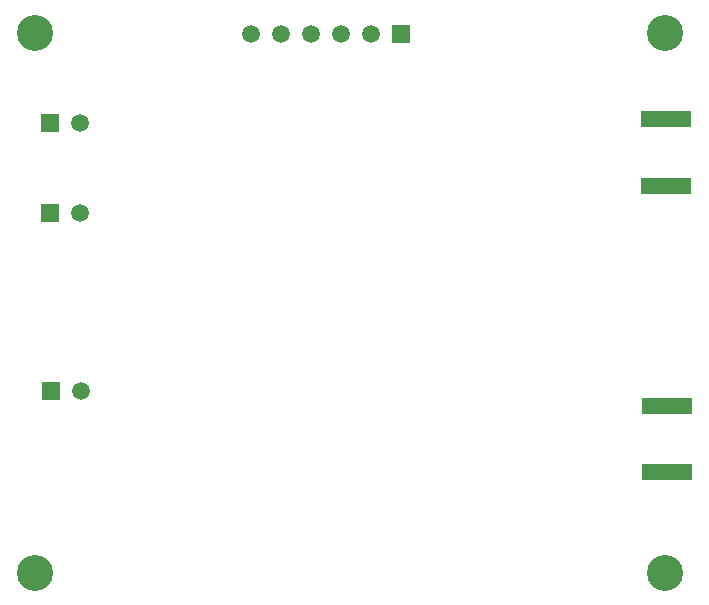
<source format=gbr>
%TF.GenerationSoftware,Altium Limited,Altium Designer,22.6.1 (34)*%
G04 Layer_Color=255*
%FSLAX26Y26*%
%MOIN*%
%TF.SameCoordinates,2B337168-DF0E-4336-AB3C-9C7F5D13073F*%
%TF.FilePolarity,Positive*%
%TF.FileFunction,Pads,Bot*%
%TF.Part,Single*%
G01*
G75*
%TA.AperFunction,ConnectorPad*%
%ADD19R,0.165354X0.053150*%
%TA.AperFunction,ComponentPad*%
%ADD36R,0.059055X0.059055*%
%ADD37C,0.059055*%
%TA.AperFunction,WasherPad*%
%ADD38C,0.120000*%
D19*
X3207126Y1233780D02*
D03*
Y1456220D02*
D03*
X3205000Y2190000D02*
D03*
Y2412441D02*
D03*
D36*
X1152450Y1505000D02*
D03*
X2320000Y2695000D02*
D03*
X1150000Y2100000D02*
D03*
Y2400000D02*
D03*
D37*
X1252450Y1505000D02*
D03*
X2220000Y2695000D02*
D03*
X2120000D02*
D03*
X2020000D02*
D03*
X1920000D02*
D03*
X1820000D02*
D03*
X1250000Y2100000D02*
D03*
Y2400000D02*
D03*
D38*
X1100000Y2700000D02*
D03*
Y900000D02*
D03*
X3200000D02*
D03*
Y2700000D02*
D03*
%TF.MD5,bb4c3bae69db667bd78ef843bb6c97c8*%
M02*

</source>
